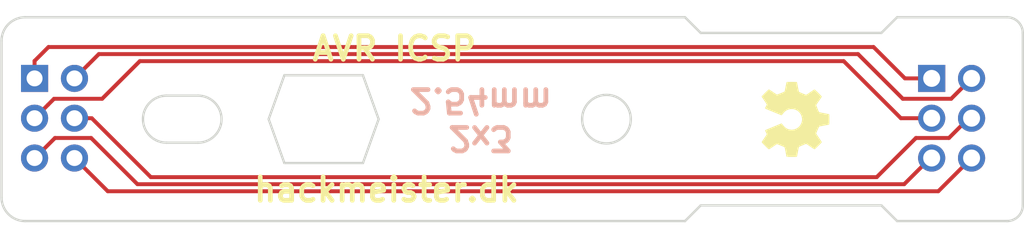
<source format=kicad_pcb>
(kicad_pcb (version 20211014) (generator pcbnew)
  (title_block (title "eClip function board 6 pin ICSP") (company "hackmeister.dk") (comment 1 "CC-BY-SA"))
  (layers (0 "F.Cu" signal) (31 "B.Cu" signal) (34 "B.Paste" user) (35 "F.Paste" user) (36 "B.SilkS" user "B.Silkscreen") (37 "F.SilkS" user "F.Silkscreen") (38 "B.Mask" user) (39 "F.Mask" user) (44 "Edge.Cuts" user))
  (net 0 "")
  (net 1 "Net-(J1-Pad4)")
  (net 2 "Net-(J1-Pad3)")
  (net 3 "Net-(J1-Pad2)")
  (net 4 "Net-(J1-Pad1)")
  (net 5 "Net-(J1-Pad5)")
  (net 6 "Net-(J1-Pad6)")
  (footprint "Pin_Headers:Pin_Header_Straight_2x03" (layer "F.Cu") (at 52.1 53.9)
    (fp_text reference "J1" hide)
    (fp_text value "Conn_02x03_Odd_Even" hide)
    (pad "1" thru_hole rect locked (at 0 0) (size 1.7272 1.7272) (drill 1.016) (layers *.Cu *.Mask) (net 4 "Net-(J1-Pad1)"))
    (pad "2" thru_hole oval locked (at 2.54 0) (size 1.7272 1.7272) (drill 1.016) (layers *.Cu *.Mask) (net 3 "Net-(J1-Pad2)"))
    (pad "3" thru_hole oval locked (at 0 2.54) (size 1.7272 1.7272) (drill 1.016) (layers *.Cu *.Mask) (net 2 "Net-(J1-Pad3)"))
    (pad "4" thru_hole oval locked (at 2.54 2.54) (size 1.7272 1.7272) (drill 1.016) (layers *.Cu *.Mask) (net 1 "Net-(J1-Pad4)"))
    (pad "5" thru_hole oval locked (at 0 5.08) (size 1.7272 1.7272) (drill 1.016) (layers *.Cu *.Mask) (net 5 "Net-(J1-Pad5)"))
    (pad "6" thru_hole oval locked (at 2.54 5.08) (size 1.7272 1.7272) (drill 1.016) (layers *.Cu *.Mask) (net 6 "Net-(J1-Pad6)"))
  )
  (footprint "Pin_Headers:Pin_Header_Straight_2x03" (layer "F.Cu") (at 109.2 53.9)
    (fp_text reference "J2" hide)
    (fp_text value "Conn_02x03_Odd_Even" hide)
    (pad "1" thru_hole rect locked (at 0 0) (size 1.7272 1.7272) (drill 1.08) (layers *.Cu *.Mask) (net 4 "Net-(J1-Pad1)"))
    (pad "2" thru_hole oval locked (at 2.54 0) (size 1.7272 1.7272) (drill 1.08) (layers *.Cu *.Mask) (net 3 "Net-(J1-Pad2)"))
    (pad "3" thru_hole oval locked (at 0 2.54) (size 1.7272 1.7272) (drill 1.08) (layers *.Cu *.Mask) (net 2 "Net-(J1-Pad3)"))
    (pad "4" thru_hole oval locked (at 2.54 2.54) (size 1.7272 1.7272) (drill 1.08) (layers *.Cu *.Mask) (net 1 "Net-(J1-Pad4)"))
    (pad "5" thru_hole oval locked (at 0 5.08) (size 1.7272 1.7272) (drill 1.08) (layers *.Cu *.Mask) (net 5 "Net-(J1-Pad5)"))
    (pad "6" thru_hole oval locked (at 2.54 5.08) (size 1.7272 1.7272) (drill 1.08) (layers *.Cu *.Mask) (net 6 "Net-(J1-Pad6)"))
  )
  (footprint "Aesthetics:oshw_logo_5.0mm" (layer "F.Cu") (at 100.5 56.5 -90)
    (fp_text reference "G***" hide)
    (fp_text value "LOGO" hide)
    (fp_poly (pts (xy 0.111434 -2.184355) (xy 0.186793 -2.184044) (xy 0.242845 -2.1832) (xy 0.282638 -2.181562) (xy 0.309217 -2.178862) (xy 0.32563 -2.174838) (xy 0.334924 -2.169224) (xy 0.340145 -2.161756) (xy 0.342779 -2.155825) (xy 0.348476 -2.135392) (xy 0.357787 -2.093937) (xy 0.369897 -2.035449) (xy 0.38399 -1.963918) (xy 0.399253 -1.883334) (xy 0.406863 -1.842018) (xy 0.422263 -1.759231) (xy 0.436763 -1.684265) (xy 0.449583 -1.620932) (xy 0.459938 -1.573044) (xy 0.467047 -1.544413) (xy 0.469168 -1.538459) (xy 0.483098 -1.52899) (xy 0.516094 -1.512159) (xy 0.563589 -1.489913) (xy 0.621018 -1.464204) (xy 0.683814 -1.436979) (xy 0.747411 -1.410187) (xy 0.807244 -1.385778) (xy 0.858745 -1.365701) (xy 0.89735 -1.351904) (xy 0.918492 -1.346337) (xy 0.919335 -1.346306) (xy 0.933315 -1.353246) (xy 0.965159 -1.372703) (xy 1.011855 -1.40272) (xy 1.070396 -1.441341) (xy 1.137771 -1.486607) (xy 1.19282 -1.524106) (xy 1.264862 -1.573094) (xy 1.330329 -1.616911) (xy 1.386217 -1.653602) (xy 1.429519 -1.681213) (xy 1.45723 -1.697787) (xy 1.466006 -1.7018) (xy 1.479604 -1.693044) (xy 1.507576 -1.6688) (xy 1.546921 -1.632111) (xy 1.594637 -1.586018) (xy 1.647723 -1.533561) (xy 1.703177 -1.477781) (xy 1.757999 -1.42172) (xy 1.809186 -1.368417) (xy 1.853739 -1.320915) (xy 1.888655 -1.282254) (xy 1.910932 -1.255474) (xy 1.9177 -1.244142) (xy 1.911874 -1.228015) (xy 1.894027 -1.196072) (xy 1.863601 -1.147457) (xy 1.820038 -1.081315) (xy 1.762781 -0.99679) (xy 1.691274 -0.893026) (xy 1.655996 -0.842266) (xy 1.623255 -0.793649) (xy 1.596832 -0.751357) (xy 1.579741 -0.720415) (xy 1.5748 -0.706875) (xy 1.579603 -0.69071) (xy 1.592737 -0.655838) (xy 1.612286 -0.606797) (xy 1.636336 -0.548123) (xy 1.662972 -0.484351) (xy 1.690279 -0.420019) (xy 1.716341 -0.359662) (xy 1.739245 -0.307816) (xy 1.757076 -0.269018) (xy 1.767917 -0.247804) (xy 1.769553 -0.245513) (xy 1.78339 -0.241411) (xy 1.818662 -0.23346) (xy 1.87182 -0.222389) (xy 1.939314 -0.208926) (xy 2.017597 -0.193798) (xy 2.070506 -0.183805) (xy 2.154519 -0.167934) (xy 2.230703 -0.15327) (xy 2.295334 -0.140553) (xy 2.344685 -0.130522) (xy 2.37503 -0.123916) (xy 2.382579 -0.121898) (xy 2.388157 -0.115705) (xy 2.392479 -0.100135) (xy 2.39569 -0.072502) (xy 2.397933 -0.030121) (xy 2.399353 0.029695) (xy 2.400094 0.109632) (xy 2.400299 0.208295) (xy 2.400181 0.307636) (xy 2.399695 0.384513) (xy 2.398643 0.441858) (xy 2.396827 0.482607) (xy 2.394051 0.509695) (xy 2.390115 0.526055) (xy 2.384824 0.534622) (xy 2.378075 0.538302) (xy 2.356063 0.543413) (xy 2.3161 0.551457) (xy 2.265258 0.561034) (xy 2.24155 0.565321) (xy 2.117801 0.587681) (xy 2.017073 0.606531) (xy 1.937298 0.622335) (xy 1.876409 0.635557) (xy 1.832339 0.646661) (xy 1.80302 0.65611) (xy 1.786385 0.664369) (xy 1.782009 0.668416) (xy 1.773299 0.685233) (xy 1.757362 0.720782) (xy 1.736022 0.770589) (xy 1.711098 0.830178) (xy 1.684411 0.895074) (xy 1.657782 0.960802) (xy 1.633034 1.022887) (xy 1.611985 1.076853) (xy 1.596458 1.118224) (xy 1.588274 1.142527) (xy 1.587464 1.146526) (xy 1.594376 1.159384) (xy 1.613738 1.190038) (xy 1.64352 1.235412) (xy 1.68169 1.292432) (xy 1.726219 1.358026) (xy 1.7526 1.39652) (xy 1.799945 1.46637) (xy 1.841988 1.530297) (xy 1.876672 1.585018) (xy 1.901942 1.627248) (xy 1.91574 1.653704) (xy 1.9177 1.660169) (xy 1.908866 1.675936) (xy 1.88377 1.706928) (xy 1.844515 1.750828) (xy 1.79321 1.805319) (xy 1.731957 1.868083) (xy 1.696686 1.903408) (xy 1.62769 1.971797) (xy 1.574215 2.024081) (xy 1.5339 2.062192) (xy 1.504384 2.088064) (xy 1.483305 2.103629) (xy 1.468303 2.110821) (xy 1.457016 2.111572) (xy 1.447084 2.107817) (xy 1.447038 2.107792) (xy 1.428193 2.096148) (xy 1.392068 2.072462) (xy 1.342264 2.039149) (xy 1.282386 1.998622) (xy 1.216038 1.953298) (xy 1.198983 1.941583) (xy 1.132693 1.896504) (xy 1.072898 1.856798) (xy 1.022937 1.824603) (xy 0.986146 1.80206) (xy 0.965865 1.791307) (xy 0.963542 1.7907) (xy 0.946001 1.796249) (xy 0.911705 1.811191) (xy 0.86631 1.832967) (xy 0.834429 1.849109) (xy 0.783464 1.873833) (xy 0.742639 1.890544) (xy 0.716612 1.89747) (xy 0.710212 1.896392) (xy 0.702727 1.882253) (xy 0.686899 1.847593) (xy 0.664015 1.795395) (xy 0.635363 1.728639) (xy 0.602229 1.650309) (xy 0.565901 1.563387) (xy 0.552058 1.530007) (xy 0.511417 1.43187) (xy 0.470535 1.333258) (xy 0.431366 1.238881) (xy 0.395866 1.153449) (xy 0.365992 1.081672) (xy 0.343698 1.028257) (xy 0.342215 1.024713) (xy 0.318446 0.96666) (xy 0.298801 0.91624) (xy 0.285174 0.878498) (xy 0.279463 0.858478) (xy 0.2794 0.857553) (xy 0.289106 0.842435) (xy 0.314784 0.81803) (xy 0.351272 0.789138) (xy 0.358775 0.783699) (xy 0.469563 0.692135) (xy 0.556364 0.592688) (xy 0.619538 0.484707) (xy 0.659446 0.367542) (xy 0.67645 0.240541) (xy 0.67716 0.20955) (xy 0.666578 0.082535) (xy 0.633408 -0.034164) (xy 0.576826 -0.142612) (xy 0.49601 -0.244869) (xy 0.495377 -0.245547) (xy 0.400425 -0.329495) (xy 0.294542 -0.392157) (xy 0.180851 -0.433403) (xy 0.062475 -0.453105) (xy -0.057464 -0.451134) (xy -0.175843 -0.427362) (xy -0.28954 -0.38166) (xy -0.395431 -0.313899) (xy -0.43142 -0.28374) (xy -0.519804 -0.188532) (xy -0.585245 -0.082458) (xy -0.627561 0.034071) (xy -0.646569 0.160645) (xy -0.6477 0.201869) (xy -0.638645 0.328752) (xy -0.610541 0.442511) (xy -0.561983 0.54579) (xy -0.491562 0.641228) (xy -0.397874 0.73147) (xy -0.342612 0.774913) (xy -0.302571 0.806539) (xy -0.271946 0.834426) (xy -0.255523 0.854061) (xy -0.254 0.85849) (xy -0.258708 0.874088) (xy -0.272083 0.910288) (xy -0.293001 0.964256) (xy -0.320341 1.033155) (xy -0.352979 1.114151) (xy -0.389793 1.204408) (xy -0.420746 1.279563) (xy -0.462042 1.379483) (xy -0.501943 1.476158) (xy -0.538971 1.565996) (xy -0.571648 1.645405) (xy -0.598494 1.710794) (xy -0.618032 1.758569) (xy -0.625919 1.778) (xy -0.64994 1.836664) (xy -0.669029 1.874105) (xy -0.688403 1.892385) (xy -0.713279 1.893565) (xy -0.748873 1.879706) (xy -0.800404 1.852871) (xy -0.806786 1.849473) (xy -0.855627 1.824337) (xy -0.897068 1.804567) (xy -0.925397 1.792809) (xy -0.933724 1.7907) (xy -0.948527 1.79759) (xy -0.981044 1.816912) (xy -1.028101 1.846641) (xy -1.086528 1.884752) (xy -1.153151 1.929219) (xy -1.192355 1.9558) (xy -1.261682 2.002808) (xy -1.324043 2.044608) (xy -1.376381 2.07919) (xy -1.415635 2.104542) (xy -1.438748 2.118655) (xy -1.443517 2.1209) (xy -1.454646 2.112312) (xy -1.481149 2.088178) (xy -1.520468 2.05094) (xy -1.570046 2.003041) (xy -1.627325 1.946923) (xy -1.672403 1.902299) (xy -1.733518 1.840672) (xy -1.788104 1.783955) (xy -1.833678 1.734866) (xy -1.86776 1.69612) (xy -1.887868 1.670434) (xy -1.892301 1.661619) (xy -1.88533 1.645174) (xy -1.865796 1.611231) (xy -1.83576 1.563057) (xy -1.797286 1.503919) (xy -1.752438 1.437084) (xy -1.727573 1.400794) (xy -1.680322 1.331671) (xy -1.638332 1.269019) (xy -1.603659 1.216007) (xy -1.578359 1.175804) (xy -1.564488 1.151579) (xy -1.562473 1.146326) (xy -1.567009 1.128281) (xy -1.579729 1.091444) (xy -1.598796 1.040364) (xy -1.622371 0.97959) (xy -1.648617 0.913668) (xy -1.675695 0.847147) (xy -1.701768 0.784575) (xy -1.724998 0.7305) (xy -1.743547 0.68947) (xy -1.755576 0.666033) (xy -1.757843 0.662891) (xy -1.774549 0.655928) (xy -1.812507 0.645538) (xy -1.867932 0.63258) (xy -1.937039 0.617916) (xy -2.016045 0.602405) (xy -2.058537 0.594518) (xy -2.14107 0.579082) (xy -2.215608 0.564363) (xy -2.278373 0.55117) (xy -2.325588 0.540312) (xy -2.353475 0.532598) (xy -2.359025 0.530146) (xy -2.364553 0.513562) (xy -2.36902 0.476184) (xy -2.372437 0.422192) (xy -2.374815 0.355765) (xy -2.376164 0.281085) (xy -2.376495 0.202331) (xy -2.375818 0.123682) (xy -2.374144 0.049319) (xy -2.371482 -0.016578) (xy -2.367844 -0.06983) (xy -2.36324 -0.106256) (xy -2.35768 -0.121677) (xy -2.357394 -0.121816) (xy -2.340372 -0.125967) (xy -2.30209 -0.133979) (xy -2.246265 -0.145116) (xy -2.17662 -0.158643) (xy -2.096873 -0.173824) (xy -2.045079 -0.183542) (xy -1.961507 -0.199502) (xy -1.88627 -0.214571) (xy -1.822974 -0.227967) (xy -1.775226 -0.238913) (xy -1.746632 -0.246628) (xy -1.740101 -0.24945) (xy -1.73049 -0.266097) (xy -1.713576 -0.301559) (xy -1.691308 -0.351182) (xy -1.665638 -0.410312) (xy -1.638516 -0.474296) (xy -1.611893 -0.538479) (xy -1.587719 -0.598209) (xy -1.567946 -0.648832) (xy -1.554525 -0.685694) (xy -1.549405 -0.704142) (xy -1.5494 -0.704369) (xy -1.556346 -0.72086) (xy -1.575823 -0.754911) (xy -1.605794 -0.803278) (xy -1.644219 -0.862717) (xy -1.689059 -0.929982) (xy -1.716156 -0.969776) (xy -1.764046 -1.040169) (xy -1.807128 -1.104607) (xy -1.843271 -1.159814) (xy -1.870346 -1.202513) (xy -1.886224 -1.229429) (xy -1.88941 -1.236311) (xy -1.886622 -1.249132) (xy -1.872423 -1.271095) (xy -1.845371 -1.303846) (xy -1.804023 -1.349031) (xy -1.746937 -1.408294) (xy -1.675166 -1.480786) (xy -1.613507 -1.541902) (xy -1.5572 -1.596537) (xy -1.508873 -1.642237) (xy -1.471153 -1.676547) (xy -1.446668 -1.697013) (xy -1.438616 -1.7018) (xy -1.424123 -1.69485) (xy -1.391901 -1.675332) (xy -1.345028 -1.645246) (xy -1.286584 -1.60659) (xy -1.219645 -1.561364) (xy -1.17178 -1.528521) (xy -1.100601 -1.479713) (xy -1.035645 -1.435788) (xy -0.980049 -1.398818) (xy -0.936953 -1.370876) (xy -0.909495 -1.354035) (xy -0.901491 -1.350015) (xy -0.884222 -1.352996) (xy -0.848282 -1.364178) (xy -0.798337 -1.381724) (xy -0.73905 -1.403798) (xy -0.675084 -1.428566) (xy -0.611102 -1.454192) (xy -0.551768 -1.478838) (xy -0.501746 -1.500671) (xy -0.4657 -1.517853) (xy -0.448507 -1.528333) (xy -0.442093 -1.544465) (xy -0.432029 -1.58202) (xy -0.419123 -1.63741) (xy -0.404183 -1.707052) (xy -0.388014 -1.78736) (xy -0.375657 -1.851956) (xy -0.359425 -1.937637) (xy -0.344366 -2.015142) (xy -0.331196 -2.080937) (xy -0.320634 -2.131485) (xy -0.313397 -2.163249) (xy -0.310576 -2.172631) (xy -0.296189 -2.176023) (xy -0.259511 -2.17899) (xy -0.203648 -2.181418) (xy -0.131706 -2.183194) (xy -0.046792 -2.184206) (xy 0.013721 -2.1844) (xy 0.111434 -2.184355)) (layer "F.SilkS") (width 0.01) (fill solid))
  )
  (gr_arc (start 60.5 58) (mid 59 56.5) (end 60.5 55) (layer "Edge.Cuts") (width 0.15))
  (gr_line (start 68 59.3) (end 67 56.5) (layer "Edge.Cuts") (width 0.15))
  (gr_line (start 50 51.5) (end 50 61.5) (layer "Edge.Cuts") (width 0.15))
  (gr_line (start 93.5 63) (end 94.5 62) (layer "Edge.Cuts") (width 0.15))
  (gr_circle (center 88.5 56.5) (end 90.05 56.5) (layer "Edge.Cuts") (width 0.15) (fill none))
  (gr_arc (start 115 62) (mid 114.707107 62.707107) (end 114 63) (layer "Edge.Cuts") (width 0.15))
  (gr_line (start 94.5 62) (end 106 62) (layer "Edge.Cuts") (width 0.15))
  (gr_line (start 73 59.3) (end 68 59.3) (layer "Edge.Cuts") (width 0.15))
  (gr_arc (start 50 51.5) (mid 50.43934 50.43934) (end 51.5 50) (layer "Edge.Cuts") (width 0.15))
  (gr_arc (start 62.5 55) (mid 64 56.5) (end 62.5 58) (layer "Edge.Cuts") (width 0.15))
  (gr_line (start 94.5 51) (end 93.5 50) (layer "Edge.Cuts") (width 0.15))
  (gr_line (start 74 56.5) (end 73 59.3) (layer "Edge.Cuts") (width 0.15))
  (gr_line (start 93.5 50) (end 51.5 50) (layer "Edge.Cuts") (width 0.15))
  (gr_line (start 107 50) (end 106 51) (layer "Edge.Cuts") (width 0.15))
  (gr_line (start 114 50) (end 107 50) (layer "Edge.Cuts") (width 0.15))
  (gr_line (start 67 56.5) (end 68 53.7) (layer "Edge.Cuts") (width 0.15))
  (gr_line (start 60.5 58) (end 62.5 58) (layer "Edge.Cuts") (width 0.15))
  (gr_line (start 106 51) (end 94.5 51) (layer "Edge.Cuts") (width 0.15))
  (gr_line (start 68 53.7) (end 73 53.7) (layer "Edge.Cuts") (width 0.15))
  (gr_line (start 60.5 55) (end 62.5 55) (layer "Edge.Cuts") (width 0.15))
  (gr_arc (start 114 50) (mid 114.707107 50.292893) (end 115 51) (layer "Edge.Cuts") (width 0.15))
  (gr_line (start 106 62) (end 107 63) (layer "Edge.Cuts") (width 0.15))
  (gr_arc (start 51.5 63) (mid 50.43934 62.56066) (end 50 61.5) (layer "Edge.Cuts") (width 0.15))
  (gr_line (start 107 63) (end 114 63) (layer "Edge.Cuts") (width 0.15))
  (gr_line (start 73 53.7) (end 74 56.5) (layer "Edge.Cuts") (width 0.15))
  (gr_line (start 51.5 63) (end 93.5 63) (layer "Edge.Cuts") (width 0.15))
  (gr_line (start 115 51) (end 115 62) (layer "Edge.Cuts") (width 0.15))
  (gr_text "2x3\n2.54mm" (at 80.5 56.5 180) (layer "B.SilkS") (effects (font (size 1.5 1.5) (thickness 0.3)) (justify mirror)))
  (gr_text "hackmeister.dk" (at 74.5 61) (layer "F.SilkS") (effects (font (size 1.5 1.5) (thickness 0.3))))
  (gr_text "AVR ICSP" (at 75 52) (layer "F.SilkS") (effects (font (size 1.5 1.5) (thickness 0.3))))
  (segment (start 55.74 56.44) (end 54.64 56.44) (width 0.25) (layer "F.Cu") (net 1))
  (segment (start 111.56 56.44) (end 110.3 57.7) (width 0.25) (layer "F.Cu") (net 1))
  (segment (start 59.5 60.2) (end 55.74 56.44) (width 0.25) (layer "F.Cu") (net 1))
  (segment (start 108.2 57.7) (end 105.7 60.2) (width 0.25) (layer "F.Cu") (net 1))
  (segment (start 105.7 60.2) (end 59.5 60.2) (width 0.25) (layer "F.Cu") (net 1))
  (segment (start 111.74 56.44) (end 111.56 56.44) (width 0.25) (layer "F.Cu") (net 1))
  (segment (start 110.3 57.7) (end 108.2 57.7) (width 0.25) (layer "F.Cu") (net 1))
  (segment (start 103.6 52.8) (end 58.8 52.8) (width 0.25) (layer "F.Cu") (net 2))
  (segment (start 109.2 56.44) (end 107.24 56.44) (width 0.25) (layer "F.Cu") (net 2))
  (segment (start 53.34 55.2) (end 52.963599 55.576401) (width 0.25) (layer "F.Cu") (net 2))
  (segment (start 56.4 55.2) (end 53.34 55.2) (width 0.25) (layer "F.Cu") (net 2))
  (segment (start 107.24 56.44) (end 103.6 52.8) (width 0.25) (layer "F.Cu") (net 2))
  (segment (start 52.963599 55.576401) (end 52.1 56.44) (width 0.25) (layer "F.Cu") (net 2))
  (segment (start 58.8 52.8) (end 56.4 55.2) (width 0.25) (layer "F.Cu") (net 2))
  (segment (start 111.74 53.9) (end 110.44 55.2) (width 0.25) (layer "F.Cu") (net 3))
  (segment (start 56.190011 52.349989) (end 55.503599 53.036401) (width 0.25) (layer "F.Cu") (net 3))
  (segment (start 104.513579 52.349989) (end 56.190011 52.349989) (width 0.25) (layer "F.Cu") (net 3))
  (segment (start 107.36359 55.2) (end 104.513579 52.349989) (width 0.25) (layer "F.Cu") (net 3))
  (segment (start 55.503599 53.036401) (end 54.64 53.9) (width 0.25) (layer "F.Cu") (net 3))
  (segment (start 110.44 55.2) (end 107.36359 55.2) (width 0.25) (layer "F.Cu") (net 3))
  (segment (start 105.499978 51.899978) (end 52.986422 51.899978) (width 0.25) (layer "F.Cu") (net 4))
  (segment (start 52.986422 51.899978) (end 52.1 52.7864) (width 0.25) (layer "F.Cu") (net 4))
  (segment (start 52.1 52.7864) (end 52.1 53.9) (width 0.25) (layer "F.Cu") (net 4))
  (segment (start 107.5 53.9) (end 105.499978 51.899978) (width 0.25) (layer "F.Cu") (net 4))
  (segment (start 109.2 53.9) (end 107.5 53.9) (width 0.25) (layer "F.Cu") (net 4))
  (segment (start 107.449989 60.650011) (end 58.650011 60.650011) (width 0.25) (layer "F.Cu") (net 5))
  (segment (start 109.2 58.98) (end 109.12 58.98) (width 0.25) (layer "F.Cu") (net 5))
  (segment (start 58.650011 60.650011) (end 55.7 57.7) (width 0.25) (layer "F.Cu") (net 5))
  (segment (start 109.12 58.98) (end 107.449989 60.650011) (width 0.25) (layer "F.Cu") (net 5))
  (segment (start 55.7 57.7) (end 53.4 57.7) (width 0.25) (layer "F.Cu") (net 5))
  (segment (start 53.4 57.7) (end 52.12 58.98) (width 0.25) (layer "F.Cu") (net 5))
  (segment (start 52.12 58.98) (end 52.1 58.98) (width 0.25) (layer "F.Cu") (net 5))
  (segment (start 109.619978 61.100022) (end 56.760022 61.100022) (width 0.25) (layer "F.Cu") (net 6))
  (segment (start 111.74 58.98) (end 109.619978 61.100022) (width 0.25) (layer "F.Cu") (net 6))
  (segment (start 56.760022 61.100022) (end 55.503599 59.843599) (width 0.25) (layer "F.Cu") (net 6))
  (segment (start 55.503599 59.843599) (end 54.64 58.98) (width 0.25) (layer "F.Cu") (net 6))
)
</source>
